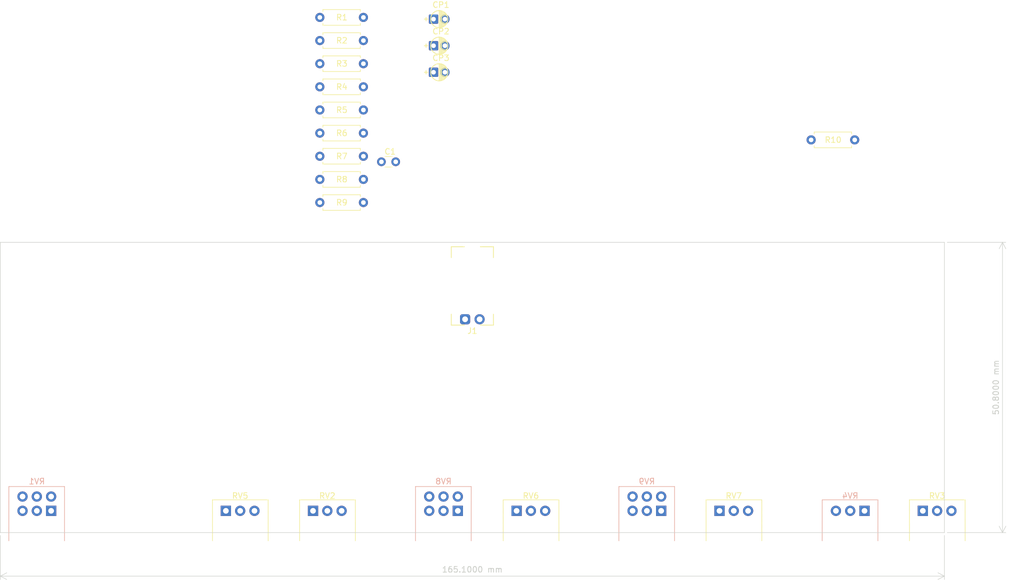
<source format=kicad_pcb>
(kicad_pcb (version 20221018) (generator pcbnew)
  (layers (0 "F.Cu" signal) (31 "B.Cu" signal) (34 "B.Paste" user) (35 "F.Paste" user) (36 "B.SilkS" user "B.Silkscreen") (37 "F.SilkS" user "F.Silkscreen") (38 "B.Mask" user) (39 "F.Mask" user) (44 "Edge.Cuts" user))
  (net 0 "")
  (net 28 "/PRE_EQ")
  (footprint "Shulltronics_Generics:RES_THT_7.62mm" (layer "F.Cu") (at 125.73 62.88)
    (fp_text reference "R9" (at 3.85 0) (layer "F.SilkS"))
    (fp_text value "3004_Resistor_THT_475_0.25W_1%")
    (fp_line (start 0.54 -1.37) (end 7.08 -1.37) (stroke (width 0.12)) (layer "F.SilkS"))
    (fp_line (start 0.54 -1.04) (end 0.54 -1.37) (stroke (width 0.12)) (layer "F.SilkS"))
    (fp_line (start 0.54 1.04) (end 0.54 1.37) (stroke (width 0.12)) (layer "F.SilkS"))
    (fp_line (start 0.54 1.37) (end 7.08 1.37) (stroke (width 0.12)) (layer "F.SilkS"))
    (fp_line (start 7.08 -1.37) (end 7.08 -1.04) (stroke (width 0.12)) (layer "F.SilkS"))
    (fp_line (start 7.08 1.37) (end 7.08 1.04) (stroke (width 0.12)) (layer "F.SilkS"))
    (pad "1" thru_hole circle (at 0 0) (size 1.6 1.6) (drill 0.8128) (layers "*.Cu" "*.Mask"))
    (pad "2" thru_hole oval (at 7.62 0) (size 1.6 1.6) (drill 0.8128) (layers "*.Cu" "*.Mask") (net 28 "/PRE_EQ"))
  )
  (footprint "Shulltronics_Generics:RES_THT_7.62mm" (layer "F.Cu") (at 125.73 46.68)
    (fp_text reference "R5" (at 3.85 0) (layer "F.SilkS"))
    (fp_text value "3004_Resistor_THT_475_0.25W_1%")
    (fp_line (start 0.54 -1.37) (end 7.08 -1.37) (stroke (width 0.12)) (layer "F.SilkS"))
    (fp_line (start 0.54 -1.04) (end 0.54 -1.37) (stroke (width 0.12)) (layer "F.SilkS"))
    (fp_line (start 0.54 1.04) (end 0.54 1.37) (stroke (width 0.12)) (layer "F.SilkS"))
    (fp_line (start 0.54 1.37) (end 7.08 1.37) (stroke (width 0.12)) (layer "F.SilkS"))
    (fp_line (start 7.08 -1.37) (end 7.08 -1.04) (stroke (width 0.12)) (layer "F.SilkS"))
    (fp_line (start 7.08 1.37) (end 7.08 1.04) (stroke (width 0.12)) (layer "F.SilkS"))
    (pad "1" thru_hole circle (at 0 0) (size 1.6 1.6) (drill 0.8128) (layers "*.Cu" "*.Mask"))
    (pad "2" thru_hole oval (at 7.62 0) (size 1.6 1.6) (drill 0.8128) (layers "*.Cu" "*.Mask"))
  )
  (footprint "Shulltronics_Generics:CP_Radial_D3mm_P2mm_Vert" (layer "F.Cu") (at 145.61 35.43)
    (fp_text reference "CP2" (at 1.3 -2.5) (layer "F.SilkS"))
    (fp_text value "3069_Cap_2.2uF_35V")
    (fp_line (start -1.6 0) (end -1 0) (stroke (width 0.15)) (layer "F.SilkS"))
    (fp_line (start -1.3 -0.3) (end -1.3 0.3) (stroke (width 0.15)) (layer "F.SilkS"))
    (fp_line (start 1 -1.5) (end 1 1.5) (stroke (width 0.15)) (layer "F.SilkS"))
    (fp_line (start 1.2 -1.4) (end 1.2 1.4) (stroke (width 0.15)) (layer "F.SilkS"))
    (fp_line (start 1.4 1.4) (end 1.4 -1.4) (stroke (width 0.15)) (layer "F.SilkS"))
    (fp_line (start 1.6 -1.3) (end 1.6 -0.5) (stroke (width 0.15)) (layer "F.SilkS"))
    (fp_line (start 1.6 0.5) (end 1.6 1.3) (stroke (width 0.15)) (layer "F.SilkS"))
    (fp_line (start 1.8 -0.6) (end 1.8 -1.2) (stroke (width 0.15)) (layer "F.SilkS"))
    (fp_line (start 1.8 1.2) (end 1.8 0.6) (stroke (width 0.15)) (layer "F.SilkS"))
    (fp_line (start 2 -1.1) (end 2 -0.7) (stroke (width 0.15)) (layer "F.SilkS"))
    (fp_line (start 2 0.7) (end 2 1.1) (stroke (width 0.15)) (layer "F.SilkS"))
    (fp_line (start 2.2 -0.6) (end 2.2 -0.9) (stroke (width 0.15)) (layer "F.SilkS"))
    (fp_line (start 2.2 0.9) (end 2.2 0.6) (stroke (width 0.15)) (layer "F.SilkS"))
    (fp_circle (center 1 0) (end 2.5 0) (stroke (width 0.15)) (fill none) (layer "F.SilkS"))
    (pad "1" thru_hole roundrect (at 0 0) (size 1.6256 1.6256) (drill 0.8128) (layers "*.Cu" "*.Mask") (roundrect_rratio 0.1))
    (pad "2" thru_hole circle (at 2 0) (size 1.6256 1.6256) (drill 0.8128) (layers "*.Cu" "*.Mask"))
  )
  (footprint "Shulltronics_Generics:CP_Radial_D3mm_P2mm_Vert" (layer "F.Cu") (at 145.61 40.08)
    (fp_text reference "CP3" (at 1.3 -2.5) (layer "F.SilkS"))
    (fp_text value "3069_Cap_2.2uF_35V")
    (fp_line (start -1.6 0) (end -1 0) (stroke (width 0.15)) (layer "F.SilkS"))
    (fp_line (start -1.3 -0.3) (end -1.3 0.3) (stroke (width 0.15)) (layer "F.SilkS"))
    (fp_line (start 1 -1.5) (end 1 1.5) (stroke (width 0.15)) (layer "F.SilkS"))
    (fp_line (start 1.2 -1.4) (end 1.2 1.4) (stroke (width 0.15)) (layer "F.SilkS"))
    (fp_line (start 1.4 1.4) (end 1.4 -1.4) (stroke (width 0.15)) (layer "F.SilkS"))
    (fp_line (start 1.6 -1.3) (end 1.6 -0.5) (stroke (width 0.15)) (layer "F.SilkS"))
    (fp_line (start 1.6 0.5) (end 1.6 1.3) (stroke (width 0.15)) (layer "F.SilkS"))
    (fp_line (start 1.8 -0.6) (end 1.8 -1.2) (stroke (width 0.15)) (layer "F.SilkS"))
    (fp_line (start 1.8 1.2) (end 1.8 0.6) (stroke (width 0.15)) (layer "F.SilkS"))
    (fp_line (start 2 -1.1) (end 2 -0.7) (stroke (width 0.15)) (layer "F.SilkS"))
    (fp_line (start 2 0.7) (end 2 1.1) (stroke (width 0.15)) (layer "F.SilkS"))
    (fp_line (start 2.2 -0.6) (end 2.2 -0.9) (stroke (width 0.15)) (layer "F.SilkS"))
    (fp_line (start 2.2 0.9) (end 2.2 0.6) (stroke (width 0.15)) (layer "F.SilkS"))
    (fp_circle (center 1 0) (end 2.5 0) (stroke (width 0.15)) (fill none) (layer "F.SilkS"))
    (pad "1" thru_hole roundrect (at 0 0) (size 1.6256 1.6256) (drill 0.8128) (layers "*.Cu" "*.Mask") (roundrect_rratio 0.1))
    (pad "2" thru_hole circle (at 2 0) (size 1.6256 1.6256) (drill 0.8128) (layers "*.Cu" "*.Mask"))
  )
  (footprint "Shulltronics_Generics:RES_THT_7.62mm" (layer "F.Cu") (at 125.73 58.83)
    (fp_text reference "R8" (at 3.85 0) (layer "F.SilkS"))
    (fp_text value "3004_Resistor_THT_475_0.25W_1%")
    (fp_line (start 0.54 -1.37) (end 7.08 -1.37) (stroke (width 0.12)) (layer "F.SilkS"))
    (fp_line (start 0.54 -1.04) (end 0.54 -1.37) (stroke (width 0.12)) (layer "F.SilkS"))
    (fp_line (start 0.54 1.04) (end 0.54 1.37) (stroke (width 0.12)) (layer "F.SilkS"))
    (fp_line (start 0.54 1.37) (end 7.08 1.37) (stroke (width 0.12)) (layer "F.SilkS"))
    (fp_line (start 7.08 -1.37) (end 7.08 -1.04) (stroke (width 0.12)) (layer "F.SilkS"))
    (fp_line (start 7.08 1.37) (end 7.08 1.04) (stroke (width 0.12)) (layer "F.SilkS"))
    (pad "1" thru_hole circle (at 0 0) (size 1.6 1.6) (drill 0.8128) (layers "*.Cu" "*.Mask"))
    (pad "2" thru_hole oval (at 7.62 0) (size 1.6 1.6) (drill 0.8128) (layers "*.Cu" "*.Mask"))
  )
  (footprint "Shulltronics_Generics:RES_THT_7.62mm" (layer "F.Cu") (at 211.645 51.915)
    (fp_text reference "R10" (at 3.85 0) (layer "F.SilkS"))
    (fp_text value "3004_Resistor_THT_475_0.25W_1%")
    (fp_line (start 0.54 -1.37) (end 7.08 -1.37) (stroke (width 0.12)) (layer "F.SilkS"))
    (fp_line (start 0.54 -1.04) (end 0.54 -1.37) (stroke (width 0.12)) (layer "F.SilkS"))
    (fp_line (start 0.54 1.04) (end 0.54 1.37) (stroke (width 0.12)) (layer "F.SilkS"))
    (fp_line (start 0.54 1.37) (end 7.08 1.37) (stroke (width 0.12)) (layer "F.SilkS"))
    (fp_line (start 7.08 -1.37) (end 7.08 -1.04) (stroke (width 0.12)) (layer "F.SilkS"))
    (fp_line (start 7.08 1.37) (end 7.08 1.04) (stroke (width 0.12)) (layer "F.SilkS"))
    (pad "1" thru_hole circle (at 0 0) (size 1.6 1.6) (drill 0.8128) (layers "*.Cu" "*.Mask"))
    (pad "2" thru_hole oval (at 7.62 0) (size 1.6 1.6) (drill 0.8128) (layers "*.Cu" "*.Mask"))
  )
  (footprint "Shulltronics_Generics:RES_THT_7.62mm" (layer "F.Cu") (at 125.73 38.58)
    (fp_text reference "R3" (at 3.85 0) (layer "F.SilkS"))
    (fp_text value "3004_Resistor_THT_475_0.25W_1%")
    (fp_line (start 0.54 -1.37) (end 7.08 -1.37) (stroke (width 0.12)) (layer "F.SilkS"))
    (fp_line (start 0.54 -1.04) (end 0.54 -1.37) (stroke (width 0.12)) (layer "F.SilkS"))
    (fp_line (start 0.54 1.04) (end 0.54 1.37) (stroke (width 0.12)) (layer "F.SilkS"))
    (fp_line (start 0.54 1.37) (end 7.08 1.37) (stroke (width 0.12)) (layer "F.SilkS"))
    (fp_line (start 7.08 -1.37) (end 7.08 -1.04) (stroke (width 0.12)) (layer "F.SilkS"))
    (fp_line (start 7.08 1.37) (end 7.08 1.04) (stroke (width 0.12)) (layer "F.SilkS"))
    (pad "1" thru_hole circle (at 0 0) (size 1.6 1.6) (drill 0.8128) (layers "*.Cu" "*.Mask"))
    (pad "2" thru_hole oval (at 7.62 0) (size 1.6 1.6) (drill 0.8128) (layers "*.Cu" "*.Mask"))
  )
  (footprint "Shulltronics_ElectroMechanical:Bourns_PTD90_Pot_SG_PC_RA" (layer "F.Cu") (at 127.04 116.84 -90)
    (fp_text reference "RV2" (at -2.625 0 unlocked) (layer "F.SilkS"))
    (fp_text value "Bass")
    (fp_line (start -1.925 -4.895) (end 5.25 -4.9) (stroke (width 0.12)) (layer "F.SilkS"))
    (fp_line (start -1.925 4.845) (end -1.925 -4.895) (stroke (width 0.12)) (layer "F.SilkS"))
    (fp_line (start -1.925 4.845) (end 5.25 4.84) (stroke (width 0.12)) (layer "F.SilkS"))
    (pad "1" thru_hole rect (at 0 2.5 180) (size 1.8 1.8) (drill 1) (layers "*.Cu" "*.Mask"))
    (pad "2" thru_hole circle (at 0 0 180) (size 1.8 1.8) (drill 1) (layers "*.Cu" "*.Mask"))
    (pad "3" thru_hole circle (at 0 -2.5 180) (size 1.8 1.8) (drill 1) (layers "*.Cu" "*.Mask"))
  )
  (footprint "Shulltronics_ElectroMechanical:Bourns_PTD90_Pot_SG_PC_RA" (layer "F.Cu") (at 198.12 116.84 -90)
    (fp_text reference "RV7" (at -2.625 0 unlocked) (layer "F.SilkS"))
    (fp_text value "Mid2 Gain")
    (fp_line (start -1.925 -4.895) (end 5.25 -4.9) (stroke (width 0.12)) (layer "F.SilkS"))
    (fp_line (start -1.925 4.845) (end -1.925 -4.895) (stroke (width 0.12)) (layer "F.SilkS"))
    (fp_line (start -1.925 4.845) (end 5.25 4.84) (stroke (width 0.12)) (layer "F.SilkS"))
    (pad "1" thru_hole rect (at 0 2.5 180) (size 1.8 1.8) (drill 1) (layers "*.Cu" "*.Mask"))
    (pad "2" thru_hole circle (at 0 0 180) (size 1.8 1.8) (drill 1) (layers "*.Cu" "*.Mask"))
    (pad "3" thru_hole circle (at 0 -2.5 180) (size 1.8 1.8) (drill 1) (layers "*.Cu" "*.Mask"))
  )
  (footprint "Shulltronics_Generics:RES_THT_7.62mm" (layer "F.Cu") (at 125.73 42.63)
    (fp_text reference "R4" (at 3.85 0) (layer "F.SilkS"))
    (fp_text value "3004_Resistor_THT_475_0.25W_1%")
    (fp_line (start 0.54 -1.37) (end 7.08 -1.37) (stroke (width 0.12)) (layer "F.SilkS"))
    (fp_line (start 0.54 -1.04) (end 0.54 -1.37) (stroke (width 0.12)) (layer "F.SilkS"))
    (fp_line (start 0.54 1.04) (end 0.54 1.37) (stroke (width 0.12)) (layer "F.SilkS"))
    (fp_line (start 0.54 1.37) (end 7.08 1.37) (stroke (width 0.12)) (layer "F.SilkS"))
    (fp_line (start 7.08 -1.37) (end 7.08 -1.04) (stroke (width 0.12)) (layer "F.SilkS"))
    (fp_line (start 7.08 1.37) (end 7.08 1.04) (stroke (width 0.12)) (layer "F.SilkS"))
    (pad "1" thru_hole circle (at 0 0) (size 1.6 1.6) (drill 0.8128) (layers "*.Cu" "*.Mask"))
    (pad "2" thru_hole oval (at 7.62 0) (size 1.6 1.6) (drill 0.8128) (layers "*.Cu" "*.Mask"))
  )
  (footprint "Shulltronics_ElectroMechanical:Bourns_PTD90_Pot_SG_PC_RA" (layer "F.Cu") (at 233.68 116.84 -90)
    (fp_text reference "RV3" (at -2.625 0 unlocked) (layer "F.SilkS"))
    (fp_text value "Treble")
    (fp_line (start -1.925 -4.895) (end 5.25 -4.9) (stroke (width 0.12)) (layer "F.SilkS"))
    (fp_line (start -1.925 4.845) (end -1.925 -4.895) (stroke (width 0.12)) (layer "F.SilkS"))
    (fp_line (start -1.925 4.845) (end 5.25 4.84) (stroke (width 0.12)) (layer "F.SilkS"))
    (pad "1" thru_hole rect (at 0 2.5 180) (size 1.8 1.8) (drill 1) (layers "*.Cu" "*.Mask"))
    (pad "2" thru_hole circle (at 0 0 180) (size 1.8 1.8) (drill 1) (layers "*.Cu" "*.Mask"))
    (pad "3" thru_hole circle (at 0 -2.5 180) (size 1.8 1.8) (drill 1) (layers "*.Cu" "*.Mask"))
  )
  (footprint "Shulltronics_Generics:RES_THT_7.62mm" (layer "F.Cu") (at 125.73 54.78)
    (fp_text reference "R7" (at 3.85 0) (layer "F.SilkS"))
    (fp_text value "3004_Resistor_THT_475_0.25W_1%")
    (fp_line (start 0.54 -1.37) (end 7.08 -1.37) (stroke (width 0.12)) (layer "F.SilkS"))
    (fp_line (start 0.54 -1.04) (end 0.54 -1.37) (stroke (width 0.12)) (layer "F.SilkS"))
    (fp_line (start 0.54 1.04) (end 0.54 1.37) (stroke (width 0.12)) (layer "F.SilkS"))
    (fp_line (start 0.54 1.37) (end 7.08 1.37) (stroke (width 0.12)) (layer "F.SilkS"))
    (fp_line (start 7.08 -1.37) (end 7.08 -1.04) (stroke (width 0.12)) (layer "F.SilkS"))
    (fp_line (start 7.08 1.37) (end 7.08 1.04) (stroke (width 0.12)) (layer "F.SilkS"))
    (pad "1" thru_hole circle (at 0 0) (size 1.6 1.6) (drill 0.8128) (layers "*.Cu" "*.Mask"))
    (pad "2" thru_hole oval (at 7.62 0) (size 1.6 1.6) (drill 0.8128) (layers "*.Cu" "*.Mask"))
  )
  (footprint "Shulltronics_Generics:RES_THT_7.62mm" (layer "F.Cu") (at 125.73 34.53)
    (fp_text reference "R2" (at 3.85 0) (layer "F.SilkS"))
    (fp_text value "3004_Resistor_THT_475_0.25W_1%")
    (fp_line (start 0.54 -1.37) (end 7.08 -1.37) (stroke (width 0.12)) (layer "F.SilkS"))
    (fp_line (start 0.54 -1.04) (end 0.54 -1.37) (stroke (width 0.12)) (layer "F.SilkS"))
    (fp_line (start 0.54 1.04) (end 0.54 1.37) (stroke (width 0.12)) (layer "F.SilkS"))
    (fp_line (start 0.54 1.37) (end 7.08 1.37) (stroke (width 0.12)) (layer "F.SilkS"))
    (fp_line (start 7.08 -1.37) (end 7.08 -1.04) (stroke (width 0.12)) (layer "F.SilkS"))
    (fp_line (start 7.08 1.37) (end 7.08 1.04) (stroke (width 0.12)) (layer "F.SilkS"))
    (pad "1" thru_hole circle (at 0 0) (size 1.6 1.6) (drill 0.8128) (layers "*.Cu" "*.Mask"))
    (pad "2" thru_hole oval (at 7.62 0) (size 1.6 1.6) (drill 0.8128) (layers "*.Cu" "*.Mask"))
  )
  (footprint "Shulltronics_Generics:CP_Radial_D3mm_P2mm_Vert" (layer "F.Cu") (at 145.61 30.78)
    (fp_text reference "CP1" (at 1.3 -2.5) (layer "F.SilkS"))
    (fp_text value "3069_Cap_2.2uF_35V")
    (fp_line (start -1.6 0) (end -1 0) (stroke (width 0.15)) (layer "F.SilkS"))
    (fp_line (start -1.3 -0.3) (end -1.3 0.3) (stroke (width 0.15)) (layer "F.SilkS"))
    (fp_line (start 1 -1.5) (end 1 1.5) (stroke (width 0.15)) (layer "F.SilkS"))
    (fp_line (start 1.2 -1.4) (end 1.2 1.4) (stroke (width 0.15)) (layer "F.SilkS"))
    (fp_line (start 1.4 1.4) (end 1.4 -1.4) (stroke (width 0.15)) (layer "F.SilkS"))
    (fp_line (start 1.6 -1.3) (end 1.6 -0.5) (stroke (width 0.15)) (layer "F.SilkS"))
    (fp_line (start 1.6 0.5) (end 1.6 1.3) (stroke (width 0.15)) (layer "F.SilkS"))
    (fp_line (start 1.8 -0.6) (end 1.8 -1.2) (stroke (width 0.15)) (layer "F.SilkS"))
    (fp_line (start 1.8 1.2) (end 1.8 0.6) (stroke (width 0.15)) (layer "F.SilkS"))
    (fp_line (start 2 -1.1) (end 2 -0.7) (stroke (width 0.15)) (layer "F.SilkS"))
    (fp_line (start 2 0.7) (end 2 1.1) (stroke (width 0.15)) (layer "F.SilkS"))
    (fp_line (start 2.2 -0.6) (end 2.2 -0.9) (stroke (width 0.15)) (layer "F.SilkS"))
    (fp_line (start 2.2 0.9) (end 2.2 0.6) (stroke (width 0.15)) (layer "F.SilkS"))
    (fp_circle (center 1 0) (end 2.5 0) (stroke (width 0.15)) (fill none) (layer "F.SilkS"))
    (pad "1" thru_hole roundrect (at 0 0) (size 1.6256 1.6256) (drill 0.8128) (layers "*.Cu" "*.Mask") (roundrect_rratio 0.1))
    (pad "2" thru_hole circle (at 2 0) (size 1.6256 1.6256) (drill 0.8128) (layers "*.Cu" "*.Mask"))
  )
  (footprint "Shulltronics_Connectors:3029_Molex_SL_2pos_RA" (layer "F.Cu") (at 152.4 83.312)
    (fp_text reference "J1" (at 0 2.032) (layer "F.SilkS"))
    (fp_text value "Input")
    (fp_line (start -3.683 -12.7) (end -3.683 -10.795) (stroke (width 0.15)) (layer "F.SilkS"))
    (fp_line (start -3.683 1.016) (end -3.683 -0.889) (stroke (width 0.15)) (layer "F.SilkS"))
    (fp_line (start -3.683 1.016) (end -1.397 1.016) (stroke (width 0.15)) (layer "F.SilkS"))
    (fp_line (start -1.397 -12.7) (end -3.683 -12.7) (stroke (width 0.15)) (layer "F.SilkS"))
    (fp_line (start 3.683 -12.7) (end 1.397 -12.7) (stroke (width 0.15)) (layer "F.SilkS"))
    (fp_line (start 3.683 -10.795) (end 3.683 -12.7) (stroke (width 0.15)) (layer "F.SilkS"))
    (fp_line (start 3.683 1.016) (end 1.397 1.016) (stroke (width 0.15)) (layer "F.SilkS"))
    (fp_line (start 3.683 1.016) (end 3.683 -0.889) (stroke (width 0.15)) (layer "F.SilkS"))
    (pad "1" thru_hole roundrect (at -1.27 0) (size 1.778 1.778) (drill 1.016) (layers "*.Cu" "*.Mask"))
    (pad "2" thru_hole circle (at 1.27 0) (size 1.778 1.778) (drill 1.016) (layers "*.Cu" "*.Mask"))
  )
  (footprint "Shulltronics_Generics:RES_THT_7.62mm" (layer "F.Cu") (at 125.73 50.73)
    (fp_text reference "R6" (at 3.85 0) (layer "F.SilkS"))
    (fp_text value "3004_Resistor_THT_475_0.25W_1%")
    (fp_line (start 0.54 -1.37) (end 7.08 -1.37) (stroke (width 0.12)) (layer "F.SilkS"))
    (fp_line (start 0.54 -1.04) (end 0.54 -1.37) (stroke (width 0.12)) (layer "F.SilkS"))
    (fp_line (start 0.54 1.04) (end 0.54 1.37) (stroke (width 0.12)) (layer "F.SilkS"))
    (fp_line (start 0.54 1.37) (end 7.08 1.37) (stroke (width 0.12)) (layer "F.SilkS"))
    (fp_line (start 7.08 -1.37) (end 7.08 -1.04) (stroke (width 0.12)) (layer "F.SilkS"))
    (fp_line (start 7.08 1.37) (end 7.08 1.04) (stroke (width 0.12)) (layer "F.SilkS"))
    (pad "1" thru_hole circle (at 0 0) (size 1.6 1.6) (drill 0.8128) (layers "*.Cu" "*.Mask"))
    (pad "2" thru_hole oval (at 7.62 0) (size 1.6 1.6) (drill 0.8128) (layers "*.Cu" "*.Mask"))
  )
  (footprint "Shulltronics_Generics:RES_THT_7.62mm" (layer "F.Cu") (at 125.73 30.48)
    (fp_text reference "R1" (at 3.85 0) (layer "F.SilkS"))
    (fp_text value "3004_Resistor_THT_475_0.25W_1%")
    (fp_line (start 0.54 -1.37) (end 7.08 -1.37) (stroke (width 0.12)) (layer "F.SilkS"))
    (fp_line (start 0.54 -1.04) (end 0.54 -1.37) (stroke (width 0.12)) (layer "F.SilkS"))
    (fp_line (start 0.54 1.04) (end 0.54 1.37) (stroke (width 0.12)) (layer "F.SilkS"))
    (fp_line (start 0.54 1.37) (end 7.08 1.37) (stroke (width 0.12)) (layer "F.SilkS"))
    (fp_line (start 7.08 -1.37) (end 7.08 -1.04) (stroke (width 0.12)) (layer "F.SilkS"))
    (fp_line (start 7.08 1.37) (end 7.08 1.04) (stroke (width 0.12)) (layer "F.SilkS"))
    (pad "1" thru_hole circle (at 0 0) (size 1.6 1.6) (drill 0.8128) (layers "*.Cu" "*.Mask"))
    (pad "2" thru_hole oval (at 7.62 0) (size 1.6 1.6) (drill 0.8128) (layers "*.Cu" "*.Mask"))
  )
  (footprint "Shulltronics_ElectroMechanical:Bourns_PTD90_Pot_SG_PC_RA" (layer "F.Cu") (at 162.64 116.84 -90)
    (fp_text reference "RV6" (at -2.625 0 unlocked) (layer "F.SilkS"))
    (fp_text value "Mid1 Gain")
    (fp_line (start -1.925 -4.895) (end 5.25 -4.9) (stroke (width 0.12)) (layer "F.SilkS"))
    (fp_line (start -1.925 4.845) (end -1.925 -4.895) (stroke (width 0.12)) (layer "F.SilkS"))
    (fp_line (start -1.925 4.845) (end 5.25 4.84) (stroke (width 0.12)) (layer "F.SilkS"))
    (pad "1" thru_hole rect (at 0 2.5 180) (size 1.8 1.8) (drill 1) (layers "*.Cu" "*.Mask"))
    (pad "2" thru_hole circle (at 0 0 180) (size 1.8 1.8) (drill 1) (layers "*.Cu" "*.Mask"))
    (pad "3" thru_hole circle (at 0 -2.5 180) (size 1.8 1.8) (drill 1) (layers "*.Cu" "*.Mask"))
  )
  (footprint "Shulltronics_ElectroMechanical:Bourns_PTD90_Pot_SG_PC_RA" (layer "F.Cu") (at 111.8 116.84 -90)
    (fp_text reference "RV5" (at -2.625 0 unlocked) (layer "F.SilkS"))
    (fp_text value "Bass Freq")
    (fp_line (start -1.925 -4.895) (end 5.25 -4.9) (stroke (width 0.12)) (layer "F.SilkS"))
    (fp_line (start -1.925 4.845) (end -1.925 -4.895) (stroke (width 0.12)) (layer "F.SilkS"))
    (fp_line (start -1.925 4.845) (end 5.25 4.84) (stroke (width 0.12)) (layer "F.SilkS"))
    (pad "1" thru_hole rect (at 0 2.5 180) (size 1.8 1.8) (drill 1) (layers "*.Cu" "*.Mask"))
    (pad "2" thru_hole circle (at 0 0 180) (size 1.8 1.8) (drill 1) (layers "*.Cu" "*.Mask"))
    (pad "3" thru_hole circle (at 0 -2.5 180) (size 1.8 1.8) (drill 1) (layers "*.Cu" "*.Mask"))
  )
  (footprint "Shulltronics_Generics:C_Radial_2.54mm_Vert" (layer "F.Cu") (at 136.5 55.75)
    (fp_text reference "C1" (at 1.524 -1.778) (layer "F.SilkS"))
    (fp_text value "3010_Capacitor_0.1uF_25V_THT")
    (fp_line (start 0.621 -0.92) (end 1.879 -0.92) (stroke (width 0.12)) (layer "F.SilkS"))
    (fp_line (start 0.621 0.92) (end 1.879 0.92) (stroke (width 0.12)) (layer "F.SilkS"))
    (pad "1" thru_hole circle (at 0 0) (size 1.524 1.524) (drill 0.8128) (layers "*.Cu" "*.Mask"))
    (pad "2" thru_hole circle (at 2.5 0) (size 1.524 1.524) (drill 0.8128) (layers "*.Cu" "*.Mask"))
  )
  (footprint "Shulltronics_ElectroMechanical:Bourns_PTD90_Pot_DG_PC_RA" (layer "B.Cu") (at 147.36 122.09 -90)
    (fp_text reference "RV8" (at -10.4 0 unlocked) (layer "B.SilkS") (effects (justify mirror)))
    (fp_text value "Mid1 Freq")
    (fp_line (start -9.5 -4.845) (end -9.5 4.895) (stroke (width 0.12)) (layer "B.SilkS"))
    (fp_line (start -9.5 -4.845) (end 0 -4.84) (stroke (width 0.12)) (layer "B.SilkS"))
    (fp_line (start -9.5 4.895) (end 0 4.9) (stroke (width 0.12)) (layer "B.SilkS"))
    (pad "1" thru_hole rect (at -5.25 -2.5) (size 1.8 1.8) (drill 1) (layers "*.Cu" "*.Mask"))
    (pad "2" thru_hole circle (at -5.25 0) (size 1.8 1.8) (drill 1) (layers "*.Cu" "*.Mask"))
    (pad "3" thru_hole circle (at -5.25 2.5) (size 1.8 1.8) (drill 1) (layers "*.Cu" "*.Mask"))
    (pad "4" thru_hole circle (at -7.75 -2.5) (size 1.8 1.8) (drill 1) (layers "*.Cu" "*.Mask"))
    (pad "5" thru_hole circle (at -7.75 0) (size 1.8 1.8) (drill 1) (layers "*.Cu" "*.Mask"))
    (pad "6" thru_hole circle (at -7.75 2.5) (size 1.8 1.8) (drill 1) (layers "*.Cu" "*.Mask"))
  )
  (footprint "Shulltronics_ElectroMechanical:Bourns_PTD90_Pot_DG_PC_RA" (layer "B.Cu") (at 182.92 122.090001 -90)
    (fp_text reference "RV9" (at -10.4 0 unlocked) (layer "B.SilkS") (effects (justify mirror)))
    (fp_text value "Mid2 Freq")
    (fp_line (start -9.5 -4.845) (end -9.5 4.895) (stroke (width 0.12)) (layer "B.SilkS"))
    (fp_line (start -9.5 -4.845) (end 0 -4.84) (stroke (width 0.12)) (layer "B.SilkS"))
    (fp_line (start -9.5 4.895) (end 0 4.9) (stroke (width 0.12)) (layer "B.SilkS"))
    (pad "1" thru_hole rect (at -5.25 -2.5) (size 1.8 1.8) (drill 1) (layers "*.Cu" "*.Mask"))
    (pad "2" thru_hole circle (at -5.25 0) (size 1.8 1.8) (drill 1) (layers "*.Cu" "*.Mask"))
    (pad "3" thru_hole circle (at -5.25 2.5) (size 1.8 1.8) (drill 1) (layers "*.Cu" "*.Mask"))
    (pad "4" thru_hole circle (at -7.75 -2.5) (size 1.8 1.8) (drill 1) (layers "*.Cu" "*.Mask"))
    (pad "5" thru_hole circle (at -7.75 0) (size 1.8 1.8) (drill 1) (layers "*.Cu" "*.Mask"))
    (pad "6" thru_hole circle (at -7.75 2.5) (size 1.8 1.8) (drill 1) (layers "*.Cu" "*.Mask"))
  )
  (footprint "Shulltronics_ElectroMechanical:Bourns_PTD90_Pot_SG_PC_RA" (layer "B.Cu") (at 218.48 116.84 -90)
    (fp_text reference "RV4" (at -2.625 0 unlocked) (layer "B.SilkS") (effects (justify mirror)))
    (fp_text value "Treble Freq")
    (fp_line (start -1.925 -4.845) (end -1.925 4.895) (stroke (width 0.12)) (layer "B.SilkS"))
    (fp_line (start -1.925 -4.845) (end 5.25 -4.84) (stroke (width 0.12)) (layer "B.SilkS"))
    (fp_line (start -1.925 4.895) (end 5.25 4.9) (stroke (width 0.12)) (layer "B.SilkS"))
    (pad "1" thru_hole rect (at 0 -2.5) (size 1.8 1.8) (drill 1) (layers "*.Cu" "*.Mask"))
    (pad "2" thru_hole circle (at 0 0) (size 1.8 1.8) (drill 1) (layers "*.Cu" "*.Mask"))
    (pad "3" thru_hole circle (at 0 2.5) (size 1.8 1.8) (drill 1) (layers "*.Cu" "*.Mask"))
  )
  (footprint "Shulltronics_ElectroMechanical:4072_Pot_DG_PC_RA" (layer "B.Cu") (at 76.24 122.09 -90)
    (fp_text reference "RV1" (at -10.4 0 unlocked) (layer "B.SilkS") (effects (justify mirror)))
    (fp_text value "Gain")
    (fp_line (start -9.5 -4.845) (end -9.5 4.895) (stroke (width 0.12)) (layer "B.SilkS"))
    (fp_line (start -9.5 -4.845) (end 0 -4.84) (stroke (width 0.12)) (layer "B.SilkS"))
    (fp_line (start -9.5 4.895) (end 0 4.9) (stroke (width 0.12)) (layer "B.SilkS"))
    (pad "1" thru_hole rect (at -5.25 -2.5) (size 1.8 1.8) (drill 1) (layers "*.Cu" "*.Mask"))
    (pad "2" thru_hole circle (at -5.25 0) (size 1.8 1.8) (drill 1) (layers "*.Cu" "*.Mask"))
    (pad "3" thru_hole circle (at -5.25 2.5) (size 1.8 1.8) (drill 1) (layers "*.Cu" "*.Mask"))
    (pad "4" thru_hole circle (at -7.75 -2.5) (size 1.8 1.8) (drill 1) (layers "*.Cu" "*.Mask"))
    (pad "5" thru_hole circle (at -7.75 0) (size 1.8 1.8) (drill 1) (layers "*.Cu" "*.Mask"))
    (pad "6" thru_hole circle (at -7.75 2.5) (size 1.8 1.8) (drill 1) (layers "*.Cu" "*.Mask"))
  )
  (gr_line (start 69.85 120.65) (end 234.95 120.65) (stroke (width 0.1)) (layer "Edge.Cuts"))
  (gr_line (start 234.95 120.65) (end 234.95 69.85) (stroke (width 0.1)) (layer "Edge.Cuts"))
  (gr_line (start 69.85 69.85) (end 69.85 120.65) (stroke (width 0.1)) (layer "Edge.Cuts"))
  (gr_line (start 234.95 69.85) (end 69.85 69.85) (stroke (width 0.1)) (layer "Edge.Cuts"))
  (dimension (type aligned) (layer "Edge.Cuts") (pts (xy 234.95 120.65) (xy 69.85 120.65)) (height -7.62) (gr_text "6500.0000 mils" (at 152.4 127.12) (layer "Edge.Cuts") (effects (font (size 1 1) (thickness 0.15)))) (format (prefix "") (suffix "") (units 3) (units_format 1) (precision 4)) (style (thickness 0.1) (arrow_length 1.27) (text_position_mode 0) (extension_height 0.58642) (extension_offset 0.5) keep_text_aligned))
  (dimension (type aligned) (layer "Edge.Cuts") (pts (xy 234.95 120.65) (xy 234.95 69.85)) (height 10.16) (gr_text "2000.0000 mils" (at 243.96 95.25 90) (layer "Edge.Cuts") (effects (font (size 1 1) (thickness 0.15)))) (format (prefix "") (suffix "") (units 3) (units_format 1) (precision 4)) (style (thickness 0.1) (arrow_length 1.27) (text_position_mode 0) (extension_height 0.58642) (extension_offset 0.5) keep_text_aligned))
)
</source>
